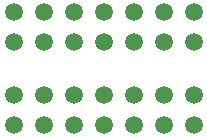
<source format=gbr>
%TF.GenerationSoftware,KiCad,Pcbnew,5.1.6-c6e7f7d~87~ubuntu20.04.1*%
%TF.CreationDate,2022-05-26T15:44:46+02:00*%
%TF.ProjectId,interface_down_left_side_arm,696e7465-7266-4616-9365-5f646f776e5f,rev?*%
%TF.SameCoordinates,PX5f5e038PY7086ec8*%
%TF.FileFunction,Paste,Top*%
%TF.FilePolarity,Positive*%
%FSLAX46Y46*%
G04 Gerber Fmt 4.6, Leading zero omitted, Abs format (unit mm)*
G04 Created by KiCad (PCBNEW 5.1.6-c6e7f7d~87~ubuntu20.04.1) date 2022-05-26 15:44:46*
%MOMM*%
%LPD*%
G01*
G04 APERTURE LIST*
%ADD10C,1.500000*%
G04 APERTURE END LIST*
D10*
%TO.C,J2*%
X22240200Y5153160D03*
X19700200Y5153160D03*
X17160200Y5153160D03*
X14620200Y5153160D03*
X12080200Y5153160D03*
X9540200Y5153160D03*
X7000200Y5153160D03*
X22240200Y7693160D03*
X19700200Y7693160D03*
X17160200Y7693160D03*
X14620200Y7693160D03*
X12080200Y7693160D03*
X9540200Y7693160D03*
X7000200Y7693160D03*
%TD*%
%TO.C,J3*%
X7000200Y14693160D03*
X9540200Y14693160D03*
X12080200Y14693160D03*
X14620200Y14693160D03*
X17160200Y14693160D03*
X19700200Y14693160D03*
X22240200Y14693160D03*
X7000200Y12153160D03*
X9540200Y12153160D03*
X12080200Y12153160D03*
X14620200Y12153160D03*
X17160200Y12153160D03*
X19700200Y12153160D03*
X22240200Y12153160D03*
%TD*%
M02*

</source>
